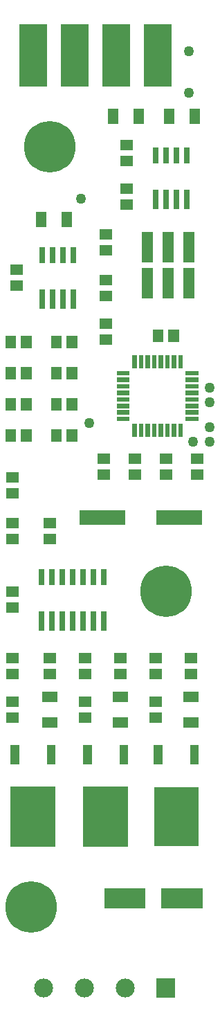
<source format=gbr>
G04 start of page 5 for group -4063 idx -4063 *
G04 Title: LED driver v. 0.1, componentmask *
G04 Creator: pcb 1.99x *
G04 CreationDate: Sun Jun 28 04:20:52 2009 UTC *
G04 For: davidellsworth *
G04 Format: Gerber/RS-274X *
G04 PCB-Dimensions: 113000 493000 *
G04 PCB-Coordinate-Origin: lower left *
%MOIN*%
%FSLAX24Y24*%
%LNFRONTMASK*%
%ADD11C,0.0200*%
%ADD23R,0.0512X0.0512*%
%ADD27R,0.0700X0.0700*%
%ADD29C,0.0500*%
%ADD32C,0.0911*%
%ADD33C,0.2480*%
%ADD34R,0.0270X0.0270*%
%ADD35R,0.2140X0.2140*%
%ADD36R,0.0430X0.0430*%
%ADD37R,0.2180X0.2180*%
%ADD38R,0.0970X0.0970*%
%ADD39R,0.0220X0.0220*%
%ADD40R,0.1320X0.1320*%
%ADD41R,0.0520X0.0520*%
G54D11*G36*
X8044Y3255D02*Y2344D01*
X8955D01*
Y3255D01*
X8044D01*
G37*
G54D32*X6531Y2800D03*
X4563D03*
X2594D03*
G54D33*X8500Y21900D03*
X2000Y6700D03*
X2900Y43300D03*
G54D34*X2500Y22850D02*Y22350D01*
X3000Y22850D02*Y22350D01*
X3500Y22850D02*Y22350D01*
X4000Y22850D02*Y22350D01*
X4500Y22850D02*Y22350D01*
X5000Y22850D02*Y22350D01*
X4000Y20800D02*Y20150D01*
X3500Y20800D02*Y20150D01*
X3000Y20800D02*Y20150D01*
X2500Y20800D02*Y20150D01*
G54D23*X1060Y21122D02*X1139D01*
X1060Y21877D02*X1139D01*
G54D35*X9000Y11400D02*Y10700D01*
G54D36*X9875Y14275D02*Y13775D01*
X8125Y14275D02*Y13775D01*
G54D37*X2100Y11400D02*Y10700D01*
X5600Y11400D02*Y10700D01*
G54D36*X2975Y14275D02*Y13775D01*
X6475Y14275D02*Y13775D01*
X4725Y14275D02*Y13775D01*
X1225Y14275D02*Y13775D01*
G54D38*X6025Y7125D02*X7025D01*
X8775D02*X9775D01*
G54D34*X5500Y22850D02*Y22350D01*
G54D23*X6960Y28277D02*X7039D01*
X6960Y27522D02*X7039D01*
X5460D02*X5539D01*
X5460Y28277D02*X5539D01*
X1060Y24422D02*X1139D01*
X1060Y25177D02*X1139D01*
X1022Y29439D02*Y29360D01*
X1060Y26622D02*X1139D01*
X1060Y27377D02*X1139D01*
X2860Y24422D02*X2939D01*
X2860Y25177D02*X2939D01*
G54D27*X4700Y25450D02*X6200D01*
G54D34*X5500Y20800D02*Y20150D01*
X5000Y20800D02*Y20150D01*
X4500Y20800D02*Y20150D01*
G54D23*X4560Y17922D02*X4639D01*
X4560Y18677D02*X4639D01*
X6260Y17922D02*X6339D01*
X6260Y18677D02*X6339D01*
X7960Y17922D02*X8039D01*
X7960Y18677D02*X8039D01*
X9660Y17922D02*X9739D01*
X9660Y18677D02*X9739D01*
X2860Y17922D02*X2939D01*
X2860Y18677D02*X2939D01*
X2781Y16815D02*X3018D01*
X2781Y15584D02*X3018D01*
X1060Y15822D02*X1139D01*
X1060Y16577D02*X1139D01*
X1060Y17922D02*X1139D01*
X1060Y18677D02*X1139D01*
X7960Y15822D02*X8039D01*
X9581Y15584D02*X9818D01*
X6181D02*X6418D01*
X4560Y15822D02*X4639D01*
X7960Y16577D02*X8039D01*
X9581Y16815D02*X9818D01*
X6181D02*X6418D01*
X4560Y16577D02*X4639D01*
X1777Y29439D02*Y29360D01*
X3222Y29439D02*Y29360D01*
X3977Y29439D02*Y29360D01*
G54D39*X6997Y29846D02*Y29446D01*
X7312Y29846D02*Y29446D01*
X7627Y29846D02*Y29446D01*
X7942Y29846D02*Y29446D01*
X8257Y29846D02*Y29446D01*
X8572Y29846D02*Y29446D01*
X8887Y29846D02*Y29446D01*
G54D23*X8460Y28277D02*X8539D01*
X9960Y27522D02*X10039D01*
X9960Y28277D02*X10039D01*
G54D29*X9800Y29100D03*
G54D39*X9202Y29846D02*Y29446D01*
G54D23*X8460Y27522D02*X8539D01*
G54D27*X8400Y25450D02*X9900D01*
G54D29*X10600Y29100D03*
Y29800D03*
G54D40*X6100Y48550D02*Y46850D01*
X4100Y48550D02*Y46850D01*
X2100Y48550D02*Y46850D01*
G54D23*X3715Y39918D02*Y39681D01*
G54D29*X4400Y40800D03*
G54D40*X8100Y48550D02*Y46850D01*
G54D23*X8667Y44884D02*Y44648D01*
X5967Y44884D02*Y44648D01*
X7198Y44884D02*Y44648D01*
X9898Y44884D02*Y44648D01*
G54D29*X9600Y47900D03*
Y45900D03*
G54D34*X9500Y43150D02*Y42650D01*
Y41100D02*Y40450D01*
X8000Y43150D02*Y42650D01*
X8500Y43150D02*Y42650D01*
X9000Y43150D02*Y42650D01*
X8500Y41100D02*Y40450D01*
X9000Y41100D02*Y40450D01*
X8000Y41100D02*Y40450D01*
G54D23*X6560Y40522D02*X6639D01*
X6560Y41277D02*X6639D01*
X6560Y43377D02*X6639D01*
X6560Y42622D02*X6639D01*
X3222Y33939D02*Y33860D01*
X1022Y33939D02*Y33860D01*
X1777Y33939D02*Y33860D01*
X2484Y39918D02*Y39681D01*
X5560Y36122D02*X5639D01*
X5560Y36877D02*X5639D01*
X5560Y38322D02*X5639D01*
X5560Y39077D02*X5639D01*
G54D34*X2550Y38350D02*Y37850D01*
Y36300D02*Y35650D01*
X3050Y38350D02*Y37850D01*
Y36300D02*Y35650D01*
X3550Y36300D02*Y35650D01*
X4050Y36300D02*Y35650D01*
X3550Y38350D02*Y37850D01*
X4050Y38350D02*Y37850D01*
G54D23*X1260Y37377D02*X1339D01*
X1260Y36622D02*X1339D01*
X3977Y33939D02*Y33860D01*
X5560Y34022D02*X5639D01*
X5560Y34777D02*X5639D01*
X1022Y30939D02*Y30860D01*
X1777Y30939D02*Y30860D01*
X1022Y32439D02*Y32360D01*
X1777Y32439D02*Y32360D01*
G54D29*X4800Y30000D03*
G54D23*X3222Y30939D02*Y30860D01*
X3977Y30939D02*Y30860D01*
X3222Y32439D02*Y32360D01*
X3977Y32439D02*Y32360D01*
X8877Y34239D02*Y34160D01*
X8122Y34239D02*Y34160D01*
G54D41*X7600Y37200D02*Y36250D01*
Y38950D02*Y38000D01*
X8600Y37200D02*Y36250D01*
Y38950D02*Y38000D01*
G54D39*X9202Y33153D02*Y32753D01*
X8887Y33153D02*Y32753D01*
X8572Y33153D02*Y32753D01*
X8257Y33153D02*Y32753D01*
X7942Y33153D02*Y32753D01*
X7627Y33153D02*Y32753D01*
X7312Y33153D02*Y32753D01*
G54D41*X9600Y37200D02*Y36250D01*
Y38950D02*Y38000D01*
G54D39*X9553Y30197D02*X9953D01*
X9553Y30512D02*X9953D01*
X9553Y30827D02*X9953D01*
X9553Y31142D02*X9953D01*
X9553Y31457D02*X9953D01*
X9553Y31772D02*X9953D01*
X9553Y32087D02*X9953D01*
X9553Y32402D02*X9953D01*
G54D29*X10600Y31700D03*
Y31000D03*
G54D39*X6997Y33153D02*Y32753D01*
X6246Y32402D02*X6646D01*
X6246Y32087D02*X6646D01*
X6246Y31772D02*X6646D01*
X6246Y31457D02*X6646D01*
X6246Y31142D02*X6646D01*
X6246Y30827D02*X6646D01*
X6246Y30512D02*X6646D01*
X6246Y30197D02*X6646D01*
M02*

</source>
